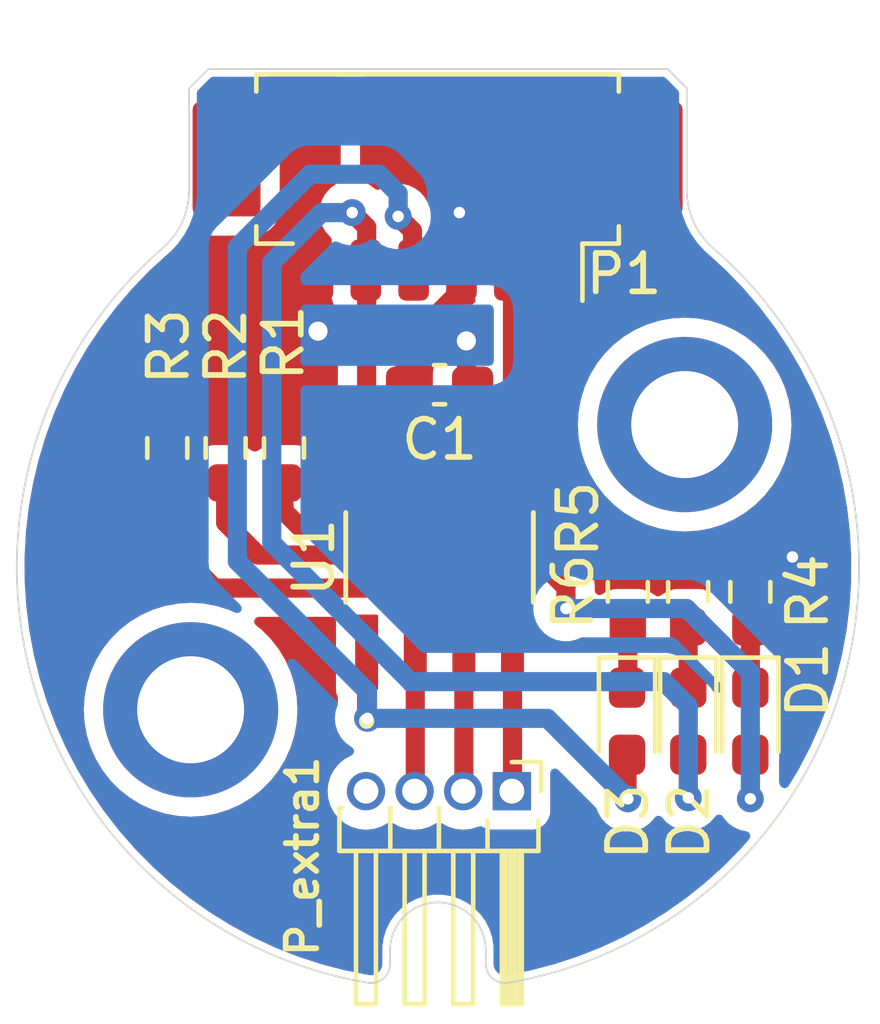
<source format=kicad_pcb>
(kicad_pcb (version 20221018) (generator pcbnew)
  (layers (0 "F.Cu" signal "Top Layer") (31 "B.Cu" signal "Bottom Layer") (34 "B.Paste" user "Bottom Paste") (35 "F.Paste" user "Top Paste") (36 "B.SilkS" user "Bottom Overlay") (37 "F.SilkS" user "Top Overlay") (38 "B.Mask" user "Bottom Solder") (39 "F.Mask" user "Top Solder") (44 "Edge.Cuts" user))
  (net 0 "")
  (net 1 "GND")
  (net 2 "+5V")
  (net 3 "Net-(D1-K)")
  (net 4 "/INC_A")
  (net 5 "Net-(D2-K)")
  (net 6 "/INC_B")
  (net 7 "Net-(D3-K)")
  (net 8 "/INC_C")
  (net 10 "/DATA")
  (net 11 "/CSQ")
  (net 12 "/SCK")
  (footprint "" (layer "F.Cu") (at 142.15687 110.06671)
    (fp_text reference "" (at 0 0) (layer "F.SilkS") (effects (font (size 1.27 1.27))))
    (fp_text value "" (at 0 0) (layer "F.SilkS") (effects (font (size 1.27 1.27))))
    (pad "1" thru_hole circle (at -0.11552 -0.26759) (size 4.572 4.572) (drill 2.794) (layers "*.Cu" "*.Mask"))
  )
  (footprint "LED_SMD:LED_0603_1608Metric_Pad1.05x0.95mm_HandSolder" (layer "F.Cu") (at 156.66175 110.09752 -90)
    (fp_text reference "D1" (at -1.074 -1.5 90) (layer "F.SilkS"))
    (fp_text value "GREEN_LED")
    (fp_line (start -1.66 -0.735) (end -1.66 0.735) (stroke (width 0.12)) (layer "F.SilkS"))
    (fp_line (start -1.66 0.735) (end 0.8 0.735) (stroke (width 0.12)) (layer "F.SilkS"))
    (fp_line (start 0.8 -0.735) (end -1.66 -0.735) (stroke (width 0.12)) (layer "F.SilkS"))
    (pad "1" smd roundrect (at -0.875 0 270) (size 1.05 0.95) (layers "F.Cu" "F.Paste" "F.Mask") (net 3 "Net-(D1-K)"))
    (pad "2" smd roundrect (at 0.875 0 270) (size 1.05 0.95) (layers "F.Cu" "F.Paste" "F.Mask") (net 4 "/INC_A"))
  )
  (footprint "Capacitor_SMD:C_0603_1608Metric_Pad1.08x0.95mm_HandSolder" (layer "F.Cu") (at 148.54375 101.31552 180)
    (fp_text reference "C1" (at 0 -1.43) (layer "F.SilkS"))
    (fp_text value "100nF")
    (fp_line (start -0.146267 -0.51) (end 0.146267 -0.51) (stroke (width 0.12)) (layer "F.SilkS"))
    (fp_line (start -0.146267 0.51) (end 0.146267 0.51) (stroke (width 0.12)) (layer "F.SilkS"))
    (pad "1" smd roundrect (at -0.8625 0 180) (size 1.075 0.95) (layers "F.Cu" "F.Paste" "F.Mask") (net 2 "+5V"))
    (pad "2" smd roundrect (at 0.8625 0 180) (size 1.075 0.95) (layers "F.Cu" "F.Paste" "F.Mask") (net 1 "GND"))
  )
  (footprint "" (layer "F.Cu") (at 154.96175 102.42352)
    (fp_text reference "" (at 0 0) (layer "F.SilkS") (effects (font (size 1.27 1.27))))
    (fp_text value "" (at 0 0) (layer "F.SilkS") (effects (font (size 1.27 1.27))))
    (pad "2" thru_hole circle (at -0.01552 -0.06759) (size 4.572 4.572) (drill 2.794) (layers "*.Cu" "*.Mask"))
  )
  (footprint "Resistor_SMD:R_0603_1608Metric_Pad0.98x0.95mm_HandSolder" (layer "F.Cu") (at 141.43175 102.96652 -90)
    (fp_text reference "R3" (at -2.643 -0.03 90) (layer "F.SilkS"))
    (fp_text value "2.2K")
    (fp_line (start -0.254724 -0.5225) (end 0.254724 -0.5225) (stroke (width 0.12)) (layer "F.SilkS"))
    (fp_line (start -0.254724 0.5225) (end 0.254724 0.5225) (stroke (width 0.12)) (layer "F.SilkS"))
    (pad "1" smd roundrect (at -0.9125 0 270) (size 0.975 0.95) (layers "F.Cu" "F.Paste" "F.Mask") (net 2 "+5V"))
    (pad "2" smd roundrect (at 0.9125 0 270) (size 0.975 0.95) (layers "F.Cu" "F.Paste" "F.Mask") (net 12 "/SCK"))
  )
  (footprint "532610671:Molex_PicoBlade_53261-0671_1x06-1MP_P1.25mm_Horizontal" (layer "F.Cu") (at 148.49175 95.92352 180)
    (fp_text reference "P1" (at -4.87 -2.5 180) (layer "F.SilkS"))
    (fp_text value "Molex PicoBlade 6 Right")
    (fp_line (start -4.735 -1.71) (end -3.785 -1.71) (stroke (width 0.12)) (layer "F.SilkS"))
    (fp_line (start -4.735 -1.26) (end -4.735 -1.71) (stroke (width 0.12)) (layer "F.SilkS"))
    (fp_line (start -4.735 2.26) (end -4.735 2.71) (stroke (width 0.12)) (layer "F.SilkS"))
    (fp_line (start -4.735 2.71) (end 4.735 2.71) (stroke (width 0.12)) (layer "F.SilkS"))
    (fp_line (start -3.785 -1.71) (end -3.785 -3.2) (stroke (width 0.12)) (layer "F.SilkS"))
    (fp_line (start 4.735 -1.71) (end 3.785 -1.71) (stroke (width 0.12)) (layer "F.SilkS"))
    (fp_line (start 4.735 -1.26) (end 4.735 -1.71) (stroke (width 0.12)) (layer "F.SilkS"))
    (fp_line (start 4.735 2.71) (end 4.735 2.26) (stroke (width 0.12)) (layer "F.SilkS"))
    (pad "1" smd roundrect (at -3.125 -2.4 180) (size 0.8 1.6) (layers "F.Cu" "F.Paste" "F.Mask"))
    (pad "2" smd roundrect (at -1.875 -2.4 180) (size 0.8 1.6) (layers "F.Cu" "F.Paste" "F.Mask") (net 4 "/INC_A"))
    (pad "3" smd roundrect (at -0.625 -2.4 180) (size 0.8 1.6) (layers "F.Cu" "F.Paste" "F.Mask") (net 1 "GND"))
    (pad "4" smd roundrect (at 0.625 -2.4 180) (size 0.8 1.6) (layers "F.Cu" "F.Paste" "F.Mask") (net 8 "/INC_C"))
    (pad "5" smd roundrect (at 1.875 -2.4 180) (size 0.8 1.6) (layers "F.Cu" "F.Paste" "F.Mask") (net 6 "/INC_B"))
    (pad "6" smd roundrect (at 3.125 -2.4 180) (size 0.8 1.6) (layers "F.Cu" "F.Paste" "F.Mask") (net 2 "+5V"))
    (pad "MP" smd roundrect (at -5.5125 0.5 180) (size 1.775 3) (layers "F.Cu" "F.Paste" "F.Mask") (roundrect_rratio 0.119048))
    (pad "MP" smd roundrect (at 5.5125 0.5 180) (size 1.775 3) (layers "F.Cu" "F.Paste" "F.Mask") (roundrect_rratio 0.119048))
  )
  (footprint "LED_SMD:LED_0603_1608Metric_Pad1.05x0.95mm_HandSolder" (layer "F.Cu") (at 155.04075 110.09752 -90)
    (fp_text reference "D2" (at 2.626 -0.021 90) (layer "F.SilkS"))
    (fp_text value "RED_LED")
    (fp_line (start -1.66 -0.735) (end -1.66 0.735) (stroke (width 0.12)) (layer "F.SilkS"))
    (fp_line (start -1.66 0.735) (end 0.8 0.735) (stroke (width 0.12)) (layer "F.SilkS"))
    (fp_line (start 0.8 -0.735) (end -1.66 -0.735) (stroke (width 0.12)) (layer "F.SilkS"))
    (pad "1" smd roundrect (at -0.875 0 270) (size 1.05 0.95) (layers "F.Cu" "F.Paste" "F.Mask") (net 5 "Net-(D2-K)"))
    (pad "2" smd roundrect (at 0.875 0 270) (size 1.05 0.95) (layers "F.Cu" "F.Paste" "F.Mask") (net 6 "/INC_B"))
  )
  (footprint "Resistor_SMD:R_0603_1608Metric_Pad0.98x0.95mm_HandSolder" (layer "F.Cu") (at 155.03775 106.72352 90)
    (fp_text reference "R5" (at 1.9 -2.876 90) (layer "F.SilkS"))
    (fp_text value "1K")
    (fp_line (start -0.254724 -0.5225) (end 0.254724 -0.5225) (stroke (width 0.12)) (layer "F.SilkS"))
    (fp_line (start -0.254724 0.5225) (end 0.254724 0.5225) (stroke (width 0.12)) (layer "F.SilkS"))
    (pad "1" smd roundrect (at -0.9125 0 90) (size 0.975 0.95) (layers "F.Cu" "F.Paste" "F.Mask") (net 5 "Net-(D2-K)"))
    (pad "2" smd roundrect (at 0.9125 0 90) (size 0.975 0.95) (layers "F.Cu" "F.Paste" "F.Mask") (net 1 "GND"))
  )
  (footprint "Resistor_SMD:R_0603_1608Metric_Pad0.98x0.95mm_HandSolder" (layer "F.Cu") (at 153.46175 106.72352 90)
    (fp_text reference "R6" (at 0 -1.43 90) (layer "F.SilkS"))
    (fp_text value "1K")
    (fp_line (start -0.254724 -0.5225) (end 0.254724 -0.5225) (stroke (width 0.12)) (layer "F.SilkS"))
    (fp_line (start -0.254724 0.5225) (end 0.254724 0.5225) (stroke (width 0.12)) (layer "F.SilkS"))
    (pad "1" smd roundrect (at -0.9125 0 90) (size 0.975 0.95) (layers "F.Cu" "F.Paste" "F.Mask") (net 7 "Net-(D3-K)"))
    (pad "2" smd roundrect (at 0.9125 0 90) (size 0.975 0.95) (layers "F.Cu" "F.Paste" "F.Mask") (net 1 "GND"))
  )
  (footprint "Resistor_SMD:R_0603_1608Metric_Pad0.98x0.95mm_HandSolder" (layer "F.Cu") (at 144.47975 102.96652 -90)
    (fp_text reference "R1" (at -2.743 0.018 90) (layer "F.SilkS"))
    (fp_text value "2.2K")
    (fp_line (start -0.254724 -0.5225) (end 0.254724 -0.5225) (stroke (width 0.12)) (layer "F.SilkS"))
    (fp_line (start -0.254724 0.5225) (end 0.254724 0.5225) (stroke (width 0.12)) (layer "F.SilkS"))
    (pad "1" smd roundrect (at -0.9125 0 270) (size 0.975 0.95) (layers "F.Cu" "F.Paste" "F.Mask") (net 2 "+5V"))
    (pad "2" smd roundrect (at 0.9125 0 270) (size 0.975 0.95) (layers "F.Cu" "F.Paste" "F.Mask") (net 10 "/DATA"))
  )
  (footprint "TLE5012BE9000XUMA1:SOIC127P600X175-8N" (layer "F.Cu") (at 148.54375 105.82352 90)
    (fp_text reference "U1" (at 0 -3.282 90) (layer "F.SilkS"))
    (fp_text value "TLE5012B")
    (fp_line (start -1.17 -2.45) (end 1.17 -2.45) (stroke (width 0.127)) (layer "F.SilkS"))
    (fp_line (start -1.17 2.45) (end 1.17 2.45) (stroke (width 0.127)) (layer "F.SilkS"))
    (fp_circle (center -4.275 -1.905) (end -4.175 -1.905) (stroke (width 0.2)) (fill none) (layer "F.SilkS"))
    (pad "1" smd roundrect (at -2.475 -1.905 90) (size 1.97 0.6) (layers "F.Cu" "F.Paste" "F.Mask") (roundrect_rratio 0.07) (net 8 "/INC_C"))
    (pad "2" smd roundrect (at -2.475 -0.635 90) (size 1.97 0.6) (layers "F.Cu" "F.Paste" "F.Mask") (roundrect_rratio 0.07) (net 12 "/SCK"))
    (pad "3" smd roundrect (at -2.475 0.635 90) (size 1.97 0.6) (layers "F.Cu" "F.Paste" "F.Mask") (roundrect_rratio 0.07) (net 11 "/CSQ"))
    (pad "4" smd roundrect (at -2.475 1.905 90) (size 1.97 0.6) (layers "F.Cu" "F.Paste" "F.Mask") (roundrect_rratio 0.07) (net 10 "/DATA"))
    (pad "5" smd roundrect (at 2.475 1.905 90) (size 1.97 0.6) (layers "F.Cu" "F.Paste" "F.Mask") (roundrect_rratio 0.07) (net 4 "/INC_A"))
    (pad "6" smd roundrect (at 2.475 0.635 90) (size 1.97 0.6) (layers "F.Cu" "F.Paste" "F.Mask") (roundrect_rratio 0.07) (net 2 "+5V"))
    (pad "7" smd roundrect (at 2.475 -0.635 90) (size 1.97 0.6) (layers "F.Cu" "F.Paste" "F.Mask") (roundrect_rratio 0.07) (net 1 "GND"))
    (pad "8" smd roundrect (at 2.475 -1.905 90) (size 1.97 0.6) (layers "F.Cu" "F.Paste" "F.Mask") (roundrect_rratio 0.07) (net 6 "/INC_B"))
  )
  (footprint "Resistor_SMD:R_0603_1608Metric_Pad0.98x0.95mm_HandSolder" (layer "F.Cu") (at 142.95575 102.96652 -90)
    (fp_text reference "R2" (at -2.643 -0.006 90) (layer "F.SilkS"))
    (fp_text value "2.2K")
    (fp_line (start -0.254724 -0.5225) (end 0.254724 -0.5225) (stroke (width 0.12)) (layer "F.SilkS"))
    (fp_line (start -0.254724 0.5225) (end 0.254724 0.5225) (stroke (width 0.12)) (layer "F.SilkS"))
    (pad "1" smd roundrect (at -0.9125 0 270) (size 0.975 0.95) (layers "F.Cu" "F.Paste" "F.Mask") (net 2 "+5V"))
    (pad "2" smd roundrect (at 0.9125 0 270) (size 0.975 0.95) (layers "F.Cu" "F.Paste" "F.Mask") (net 11 "/CSQ"))
  )
  (footprint "Resistor_SMD:R_0603_1608Metric_Pad0.98x0.95mm_HandSolder" (layer "F.Cu") (at 156.66175 106.72352 90)
    (fp_text reference "R4" (at 0 1.5 90) (layer "F.SilkS"))
    (fp_text value "1K")
    (fp_line (start -0.254724 -0.5225) (end 0.254724 -0.5225) (stroke (width 0.12)) (layer "F.SilkS"))
    (fp_line (start -0.254724 0.5225) (end 0.254724 0.5225) (stroke (width 0.12)) (layer "F.SilkS"))
    (pad "1" smd roundrect (at -0.9125 0 90) (size 0.975 0.95) (layers "F.Cu" "F.Paste" "F.Mask") (net 3 "Net-(D1-K)"))
    (pad "2" smd roundrect (at 0.9125 0 90) (size 0.975 0.95) (layers "F.Cu" "F.Paste" "F.Mask") (net 1 "GND"))
  )
  (footprint "LED_SMD:LED_0603_1608Metric_Pad1.05x0.95mm_HandSolder" (layer "F.Cu") (at 153.44075 110.09752 -90)
    (fp_text reference "D3" (at 2.626 -0.021 90) (layer "F.SilkS"))
    (fp_text value "RED_LED")
    (fp_line (start -1.66 -0.735) (end -1.66 0.735) (stroke (width 0.12)) (layer "F.SilkS"))
    (fp_line (start -1.66 0.735) (end 0.8 0.735) (stroke (width 0.12)) (layer "F.SilkS"))
    (fp_line (start 0.8 -0.735) (end -1.66 -0.735) (stroke (width 0.12)) (layer "F.SilkS"))
    (pad "1" smd roundrect (at -0.875 0 270) (size 1.05 0.95) (layers "F.Cu" "F.Paste" "F.Mask") (net 7 "Net-(D3-K)"))
    (pad "2" smd roundrect (at 0.875 0 270) (size 1.05 0.95) (layers "F.Cu" "F.Paste" "F.Mask") (net 8 "/INC_C"))
  )
  (footprint "Connector_PinHeader_1.27mm:PinHeader_1x04_P1.27mm_Horizontal" (layer "F.Cu") (at 150.43175 111.92352 -90)
    (fp_text reference "P_extra1" (at 1.7 5.47 90) (layer "F.SilkS") (effects (font (size 0.8 0.8))))
    (fp_text value "MHDR1X4")
    (fp_line (start -0.76 -0.76) (end 0 -0.76) (stroke (width 0.12)) (layer "F.SilkS"))
    (fp_line (start -0.76 0) (end -0.76 -0.76) (stroke (width 0.12)) (layer "F.SilkS"))
    (fp_line (start 0.44 1.889677) (end 0.44 1.920323) (stroke (width 0.12)) (layer "F.SilkS"))
    (fp_line (start 0.44 1.905) (end 1.56 1.905) (stroke (width 0.12)) (layer "F.SilkS"))
    (fp_line (start 0.44 3.159677) (end 0.44 3.190323) (stroke (width 0.12)) (layer "F.SilkS"))
    (fp_line (start 0.44 3.175) (end 1.56 3.175) (stroke (width 0.12)) (layer "F.SilkS"))
    (fp_line (start 0.44 4.505) (end 0.44 4.429677) (stroke (width 0.12)) (layer "F.SilkS"))
    (fp_line (start 0.76 -0.695) (end 1.56 -0.695) (stroke (width 0.12)) (layer "F.SilkS"))
    (fp_line (start 0.76 0.635) (end 1.56 0.635) (stroke (width 0.12)) (layer "F.SilkS"))
    (fp_line (start 1.56 -0.695) (end 1.56 4.505) (stroke (width 0.12)) (layer "F.SilkS"))
    (fp_line (start 1.56 -0.26) (end 5.56 -0.26) (stroke (width 0.12)) (layer "F.SilkS"))
    (fp_line (start 1.56 -0.2) (end 5.56 -0.2) (stroke (width 0.12)) (layer "F.SilkS"))
    (fp_line (start 1.56 -0.08) (end 5.56 -0.08) (stroke (width 0.12)) (layer "F.SilkS"))
    (fp_line (start 1.56 0.04) (end 5.56 0.04) (stroke (width 0.12)) (layer "F.SilkS"))
    (fp_line (start 1.56 0.16) (end 5.56 0.16) (stroke (width 0.12)) (layer "F.SilkS"))
    (fp_line (start 1.56 1.01) (end 5.56 1.01) (stroke (width 0.12)) (layer "F.SilkS"))
    (fp_line (start 1.56 2.28) (end 5.56 2.28) (stroke (width 0.12)) (layer "F.SilkS"))
    (fp_line (start 1.56 3.55) (end 5.56 3.55) (stroke (width 0.12)) (layer "F.SilkS"))
    (fp_line (start 1.56 4.505) (end 0.44 4.505) (stroke (width 0.12)) (layer "F.SilkS"))
    (fp_line (start 5.56 -0.26) (end 5.56 0.26) (stroke (width 0.12)) (layer "F.SilkS"))
    (fp_line (start 5.56 0.26) (end 1.56 0.26) (stroke (width 0.12)) (layer "F.SilkS"))
    (fp_line (start 5.56 1.01) (end 5.56 1.53) (stroke (width 0.12)) (layer "F.SilkS"))
    (fp_line (start 5.56 1.53) (end 1.56 1.53) (stroke (width 0.12)) (layer "F.SilkS"))
    (fp_line (start 5.56 2.28) (end 5.56 2.8) (stroke (width 0.12)) (layer "F.SilkS"))
    (fp_line (start 5.56 2.8) (end 1.56 2.8) (stroke (width 0.12)) (layer "F.SilkS"))
    (fp_line (start 5.56 3.55) (end 5.56 4.07) (stroke (width 0.12)) (layer "F.SilkS"))
    (fp_line (start 5.56 4.07) (end 1.56 4.07) (stroke (width 0.12)) (layer "F.SilkS"))
    (pad "1" thru_hole rect (at 0 0 270) (size 1 1) (drill 0.65) (layers "*.Cu" "*.Mask") (net 10 "/DATA"))
    (pad "2" thru_hole oval (at 0 1.27 270) (size 1 1) (drill 0.65) (layers "*.Cu" "*.Mask") (net 11 "/CSQ"))
    (pad "3" thru_hole oval (at 0 2.54 270) (size 1 1) (drill 0.65) (layers "*.Cu" "*.Mask") (net 12 "/SCK"))
    (pad "4" thru_hole oval (at 0 3.81 270) (size 1 1) (drill 0.65) (layers "*.Cu" "*.Mask"))
  )
  (gr_line (start 149.7511 116.43017) (end 149.7511 116.07703) (stroke (width 0.05)) (layer "Edge.Cuts"))
  (gr_arc (start 155.693408 97.754125) (mid 155.182389 97.07292) (end 155.0011 96.24087) (stroke (width 0.05)) (layer "Edge.Cuts"))
  (gr_arc (start 147.2511 116.43017) (mid 147.073834 116.812037) (end 146.667767 116.923177) (stroke (width 0.05)) (layer "Edge.Cuts"))
  (gr_line (start 146.66777 116.92318) (end 146.667767 116.923176) (stroke (width 0.05)) (layer "Edge.Cuts"))
  (gr_line (start 142.5011 93.07703) (end 154.5011 93.07703) (stroke (width 0.05)) (layer "Edge.Cuts"))
  (gr_arc (start 155.693409 97.754131) (mid 159.0949 109.038677) (end 150.334432 116.923174) (stroke (width 0.05)) (layer "Edge.Cuts"))
  (gr_line (start 147.2511 116.07703) (end 147.2511 116.43017) (stroke (width 0.05)) (layer "Edge.Cuts"))
  (gr_line (start 142.0011 96.24087) (end 142.0011 93.57703) (stroke (width 0.05)) (layer "Edge.Cuts"))
  (gr_line (start 150.334433 116.923177) (end 150.33444 116.92318) (stroke (width 0.05)) (layer "Edge.Cuts"))
  (gr_arc (start 147.2511 116.07703) (mid 148.5011 114.82703) (end 149.7511 116.07703) (stroke (width 0.05)) (layer "Edge.Cuts"))
  (gr_line (start 141.30879 97.75413) (end 141.308792 97.754125) (stroke (width 0.05)) (layer "Edge.Cuts"))
  (gr_line (start 142.0011 93.57703) (end 142.5011 93.07703) (stroke (width 0.05)) (layer "Edge.Cuts"))
  (gr_line (start 141.308792 97.754128) (end 141.30879 97.75413) (stroke (width 0.05)) (layer "Edge.Cuts"))
  (gr_arc (start 150.334433 116.923177) (mid 149.928372 116.81203) (end 149.7511 116.43017) (stroke (width 0.05)) (layer "Edge.Cuts"))
  (gr_arc (start 146.667767 116.923176) (mid 137.907298 109.038675) (end 141.308792 97.754128) (stroke (width 0.05)) (layer "Edge.Cuts"))
  (gr_line (start 155.69341 97.75413) (end 155.693408 97.754127) (stroke (width 0.05)) (layer "Edge.Cuts"))
  (gr_arc (start 142.0011 96.24087) (mid 141.819792 97.072912) (end 141.308792 97.754125) (stroke (width 0.05)) (layer "Edge.Cuts"))
  (gr_line (start 155.0011 93.57703) (end 155.0011 96.24087) (stroke (width 0.05)) (layer "Edge.Cuts"))
  (gr_line (start 155.693408 97.754125) (end 155.69341 97.75413) (stroke (width 0.05)) (layer "Edge.Cuts"))
  (gr_line (start 150.33444 116.92318) (end 150.334433 116.923177) (stroke (width 0.05)) (layer "Edge.Cuts"))
  (gr_line (start 154.5011 93.07703) (end 155.0011 93.57703) (stroke (width 0.05)) (layer "Edge.Cuts"))
  (segment (start 149.08675 98.32352) (end 149.08675 96.84852) (width 0.5) (layer "F.Cu") (net 1))
  (segment (start 147.84375 101.06152) (end 147.84375 100.11052) (width 0.5) (layer "F.Cu") (net 1))
  (segment (start 149.08675 98.86752) (end 149.08675 98.32352) (width 0.5) (layer "F.Cu") (net 1))
  (segment (start 147.84375 100.11052) (end 149.08675 98.86752) (width 0.5) (layer "F.Cu") (net 1))
  (segment (start 149.08675 96.84852) (end 149.06175 96.82352) (width 0.5) (layer "F.Cu") (net 1))
  (segment (start 147.90875 101.12652) (end 147.84375 101.06152) (width 0.5) (layer "F.Cu") (net 1))
  (segment (start 147.90875 103.09352) (end 147.90875 101.12652) (width 0.5) (layer "F.Cu") (net 1))
  (via (at 149.06175 96.82352) (size 0.7) (drill 0.3) (layers "F.Cu" "B.Cu") (net 1))
  (via (at 157.76175 105.81102) (size 0.7) (drill 0.3) (layers "F.Cu" "B.Cu") (net 1))
  (segment (start 145.36875 98.35552) (end 145.33675 98.32352) (width 0.5) (layer "F.Cu") (net 2))
  (segment (start 149.17875 103.09352) (end 149.24375 103.02852) (width 0.5) (layer "F.Cu") (net 2))
  (segment (start 149.24375 101.31552) (end 149.24375 100.17252) (width 0.5) (layer "F.Cu") (net 2))
  (segment (start 149.24375 103.02852) (end 149.24375 101.31552) (width 0.5) (layer "F.Cu") (net 2))
  (via (at 145.36875 99.91852) (size 0.9) (drill 0.5) (layers "F.Cu" "B.Cu") (net 2))
  (via (at 149.24375 100.17252) (size 0.9) (drill 0.5) (layers "F.Cu" "B.Cu") (net 2))
  (segment (start 156.66175 109.22252) (end 156.66175 107.63602) (width 0.5) (layer "F.Cu") (net 3))
  (segment (start 156.66175 112.12352) (end 156.66175 110.97252) (width 0.5) (layer "F.Cu") (net 4))
  (segment (start 150.44875 98.43552) (end 150.44875 105.21052) (width 0.5) (layer "F.Cu") (net 4))
  (segment (start 151.84575 106.60752) (end 151.84575 107.15752) (width 0.5) (layer "F.Cu") (net 4))
  (segment (start 150.33675 98.32352) (end 150.44875 98.43552) (width 0.5) (layer "F.Cu") (net 4))
  (segment (start 150.44875 105.21052) (end 151.84575 106.60752) (width 0.5) (layer "F.Cu") (net 4))
  (via (at 151.84575 107.15752) (size 0.7) (drill 0.3) (layers "F.Cu" "B.Cu") (net 4))
  (via (at 156.66175 112.12352) (size 0.7) (drill 0.3) (layers "F.Cu" "B.Cu") (net 4))
  (segment (start 156.66175 108.82352) (end 154.99575 107.15752) (width 0.5) (layer "B.Cu") (net 4))
  (segment (start 154.99575 107.15752) (end 151.84575 107.15752) (width 0.5) (layer "B.Cu") (net 4))
  (segment (start 156.66175 112.12352) (end 156.66175 108.82352) (width 0.5) (layer "B.Cu") (net 4))
  (segment (start 155.04075 109.22252) (end 155.03775 109.21952) (width 0.5) (layer "F.Cu") (net 5))
  (segment (start 155.03775 109.21952) (end 155.03775 107.63602) (width 0.5) (layer "F.Cu") (net 5))
  (segment (start 155.04075 110.97252) (end 155.04075 112.09752) (width 0.5) (layer "F.Cu") (net 6))
  (segment (start 146.63875 97.20052) (end 146.63875 103.09352) (width 0.5) (layer "F.Cu") (net 6))
  (segment (start 146.26175 96.82352) (end 146.63875 97.20052) (width 0.5) (layer "F.Cu") (net 6))
  (via (at 155.04075 112.09752) (size 0.7) (drill 0.3) (layers "F.Cu" "B.Cu") (net 6))
  (via (at 146.26175 96.82352) (size 0.7) (drill 0.3) (layers "F.Cu" "B.Cu") (net 6))
  (segment (start 144.16175 105.44252) (end 147.78475 109.06552) (width 0.5) (layer "B.Cu") (net 6))
  (segment (start 145.46175 96.82352) (end 144.16175 98.12352) (width 0.5) (layer "B.Cu") (net 6))
  (segment (start 155.04075 109.70252) (end 155.04075 112.09752) (width 0.5) (layer "B.Cu") (net 6))
  (segment (start 154.40375 109.06552) (end 155.04075 109.70252) (width 0.5) (layer "B.Cu") (net 6))
  (segment (start 144.16175 98.12352) (end 144.16175 105.44252) (width 0.5) (layer "B.Cu") (net 6))
  (segment (start 147.78475 109.06552) (end 154.40375 109.06552) (width 0.5) (layer "B.Cu") (net 6))
  (segment (start 146.26175 96.82352) (end 145.46175 96.82352) (width 0.5) (layer "B.Cu") (net 6))
  (segment (start 153.46175 107.63602) (end 153.46175 109.20152) (width 0.5) (layer "F.Cu") (net 7))
  (segment (start 153.46175 109.20152) (end 153.44075 109.22252) (width 0.5) (layer "F.Cu") (net 7))
  (segment (start 153.44075 110.97252) (end 153.44075 112.10252) (width 0.5) (layer "F.Cu") (net 8))
  (segment (start 147.46175 96.92352) (end 147.83675 97.29852) (width 0.5) (layer "F.Cu") (net 8))
  (segment (start 153.44075 112.10252) (end 153.46175 112.12352) (width 0.5) (layer "F.Cu") (net 8))
  (segment (start 146.63875 110.00052) (end 146.66175 110.02352) (width 0.5) (layer "F.Cu") (net 8))
  (segment (start 147.83675 97.29852) (end 147.83675 98.32352) (width 0.5) (layer "F.Cu") (net 8))
  (segment (start 146.63875 108.29852) (end 146.63875 110.00052) (width 0.5) (layer "F.Cu") (net 8))
  (via (at 147.46175 96.92352) (size 0.7) (drill 0.3) (layers "F.Cu" "B.Cu") (net 8))
  (via (at 153.46175 112.12352) (size 0.7) (drill 0.3) (layers "F.Cu" "B.Cu") (net 8))
  (via (at 146.66175 110.02352) (size 0.7) (drill 0.3) (layers "F.Cu" "B.Cu") (net 8))
  (segment (start 143.26175 97.72352) (end 143.26175 105.92352) (width 0.5) (layer "B.Cu") (net 8))
  (segment (start 146.96175 95.82352) (end 145.16175 95.82352) (width 0.5) (layer "B.Cu") (net 8))
  (segment (start 146.66175 109.32352) (end 146.66175 110.02352) (width 0.5) (layer "B.Cu") (net 8))
  (segment (start 146.66175 110.02352) (end 151.36175 110.02352) (width 0.5) (layer "B.Cu") (net 8))
  (segment (start 151.36175 110.02352) (end 153.46175 112.12352) (width 0.5) (layer "B.Cu") (net 8))
  (segment (start 145.16175 95.82352) (end 143.26175 97.72352) (width 0.5) (layer "B.Cu") (net 8))
  (segment (start 147.46175 96.32352) (end 146.96175 95.82352) (width 0.5) (layer "B.Cu") (net 8))
  (segment (start 143.26175 105.92352) (end 146.66175 109.32352) (width 0.5) (layer "B.Cu") (net 8))
  (segment (start 147.46175 96.92352) (end 147.46175 96.32352) (width 0.5) (layer "B.Cu") (net 8))
  (segment (start 144.86075 104.99852) (end 148.73675 104.99852) (width 0.5) (layer "F.Cu") (net 10))
  (segment (start 150.44875 106.71052) (end 150.44875 111.90652) (width 0.5) (layer "F.Cu") (net 10))
  (segment (start 148.73675 104.99852) (end 150.44875 106.71052) (width 0.5) (layer "F.Cu") (net 10))
  (segment (start 144.47975 103.87902) (end 144.47975 104.61752) (width 0.5) (layer "F.Cu") (net 10))
  (segment (start 144.47975 104.61752) (end 144.86075 104.99852) (width 0.5) (layer "F.Cu") (net 10))
  (segment (start 150.44875 111.90652) (end 150.43175 111.92352) (width 0.5) (layer "F.Cu") (net 10))
  (segment (start 142.95575 104.91752) (end 143.79875 105.76052) (width 0.5) (layer "F.Cu") (net 11))
  (segment (start 149.17875 111.90652) (end 149.16175 111.92352) (width 0.5) (layer "F.Cu") (net 11))
  (segment (start 143.79875 105.76052) (end 148.09875 105.76052) (width 0.5) (layer "F.Cu") (net 11))
  (segment (start 142.95575 103.87902) (end 142.95575 104.91752) (width 0.5) (layer "F.Cu") (net 11))
  (segment (start 148.09875 105.76052) (end 149.17875 106.84052) (width 0.5) (layer "F.Cu") (net 11))
  (segment (start 149.17875 106.84052) (end 149.17875 111.90652) (width 0.5) (layer "F.Cu") (net 11))
  (segment (start 141.43175 105.39352) (end 142.66175 106.62352) (width 0.5) (layer "F.Cu") (net 12))
  (segment (start 147.90875 107.03052) (end 147.90875 111.90652) (width 0.5) (layer "F.Cu") (net 12))
  (segment (start 147.90875 111.90652) (end 147.89175 111.92352) (width 0.5) (layer "F.Cu") (net 12))
  (segment (start 141.43175 103.87902) (end 141.43175 105.39352) (width 0.5) (layer "F.Cu") (net 12))
  (segment (start 142.66175 106.62352) (end 147.50175 106.62352) (width 0.5) (layer "F.Cu") (net 12))
  (segment (start 147.50175 106.62352) (end 147.90875 107.03052) (width 0.5) (layer "F.Cu") (net 12))
  (zone (net 1) (net_name "GND") (layer "F.Cu") (connect_pads yes (clearance 0.5)) (min_thickness 0.25) (fill yes (thermal_gap 0.5) (thermal_bridge_width 0.5))
    (polygon (pts (xy 160.06175 92.62352) (xy 160.06175 117.62352) (xy 137.06175 117.62352) (xy 137.06175 92.62352)))
  )
  (zone (net 2) (net_name "+5V") (layer "F.Cu") (priority 2) (connect_pads yes (clearance 0.5)) (min_thickness 0.25) (fill yes (thermal_gap 0.5) (thermal_bridge_width 0.5))
    (polygon (pts (xy 145.96175 92.62352) (xy 145.96175 117.62352) (xy 137.06175 117.62352) (xy 137.06175 92.62352)))
  )
  (zone (net 2) (net_name "+5V") (layer "B.Cu") (priority 1) (connect_pads yes (clearance 0.5)) (min_thickness 0.25) (fill yes (thermal_gap 0.5) (thermal_bridge_width 0.5))
    (polygon (pts (xy 144.76175 99.22352) (xy 144.76175 100.82352) (xy 149.96175 100.82352) (xy 149.96175 99.22352)))
  )
  (zone (net 1) (net_name "GND") (layer "B.Cu") (connect_pads yes (clearance 0.5)) (min_thickness 0.25) (fill yes (thermal_gap 0.5) (thermal_bridge_width 0.5))
    (polygon (pts (xy 137.06175 92.62352) (xy 137.06175 117.62352) (xy 160.06175 117.62352) (xy 160.06175 92.62352)))
  )
)
</source>
